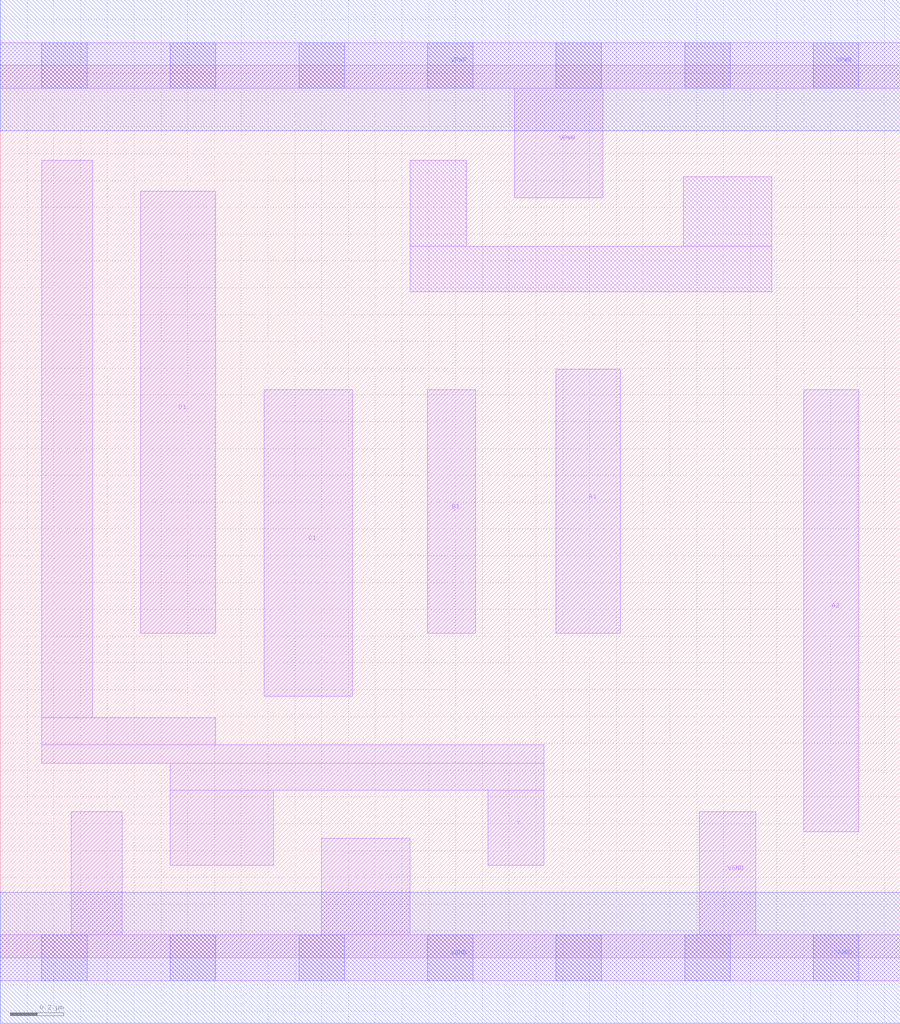
<source format=lef>
# Copyright 2020 The SkyWater PDK Authors
#
# Licensed under the Apache License, Version 2.0 (the "License");
# you may not use this file except in compliance with the License.
# You may obtain a copy of the License at
#
#     https://www.apache.org/licenses/LICENSE-2.0
#
# Unless required by applicable law or agreed to in writing, software
# distributed under the License is distributed on an "AS IS" BASIS,
# WITHOUT WARRANTIES OR CONDITIONS OF ANY KIND, either express or implied.
# See the License for the specific language governing permissions and
# limitations under the License.
#
# SPDX-License-Identifier: Apache-2.0

VERSION 5.7 ;
  NAMESCASESENSITIVE ON ;
  NOWIREEXTENSIONATPIN ON ;
  DIVIDERCHAR "/" ;
  BUSBITCHARS "[]" ;
UNITS
  DATABASE MICRONS 200 ;
END UNITS
MACRO sky130_fd_sc_lp__a2111oi_m
  CLASS CORE ;
  SOURCE USER ;
  FOREIGN sky130_fd_sc_lp__a2111oi_m ;
  ORIGIN  0.000000  0.000000 ;
  SIZE  3.360000 BY  3.330000 ;
  SYMMETRY X Y R90 ;
  SITE unit ;
  PIN A1
    ANTENNAGATEAREA  0.126000 ;
    DIRECTION INPUT ;
    USE SIGNAL ;
    PORT
      LAYER li1 ;
        RECT 2.075000 1.210000 2.315000 2.195000 ;
    END
  END A1
  PIN A2
    ANTENNAGATEAREA  0.126000 ;
    DIRECTION INPUT ;
    USE SIGNAL ;
    PORT
      LAYER li1 ;
        RECT 3.000000 0.470000 3.205000 2.120000 ;
    END
  END A2
  PIN B1
    ANTENNAGATEAREA  0.126000 ;
    DIRECTION INPUT ;
    USE SIGNAL ;
    PORT
      LAYER li1 ;
        RECT 1.595000 1.210000 1.775000 2.120000 ;
    END
  END B1
  PIN C1
    ANTENNAGATEAREA  0.126000 ;
    DIRECTION INPUT ;
    USE SIGNAL ;
    PORT
      LAYER li1 ;
        RECT 0.985000 0.975000 1.315000 2.120000 ;
    END
  END C1
  PIN D1
    ANTENNAGATEAREA  0.126000 ;
    DIRECTION INPUT ;
    USE SIGNAL ;
    PORT
      LAYER li1 ;
        RECT 0.525000 1.210000 0.805000 2.860000 ;
    END
  END D1
  PIN Y
    ANTENNADIFFAREA  0.441000 ;
    DIRECTION OUTPUT ;
    USE SIGNAL ;
    PORT
      LAYER li1 ;
        RECT 0.155000 0.725000 2.030000 0.795000 ;
        RECT 0.155000 0.795000 0.805000 0.895000 ;
        RECT 0.155000 0.895000 0.345000 2.975000 ;
        RECT 0.635000 0.345000 1.020000 0.625000 ;
        RECT 0.635000 0.625000 2.030000 0.725000 ;
        RECT 1.820000 0.345000 2.030000 0.625000 ;
    END
  END Y
  PIN VGND
    DIRECTION INOUT ;
    USE GROUND ;
    PORT
      LAYER li1 ;
        RECT 0.000000 -0.085000 3.360000 0.085000 ;
        RECT 0.265000  0.085000 0.455000 0.545000 ;
        RECT 1.200000  0.085000 1.530000 0.445000 ;
        RECT 2.610000  0.085000 2.820000 0.545000 ;
      LAYER mcon ;
        RECT 0.155000 -0.085000 0.325000 0.085000 ;
        RECT 0.635000 -0.085000 0.805000 0.085000 ;
        RECT 1.115000 -0.085000 1.285000 0.085000 ;
        RECT 1.595000 -0.085000 1.765000 0.085000 ;
        RECT 2.075000 -0.085000 2.245000 0.085000 ;
        RECT 2.555000 -0.085000 2.725000 0.085000 ;
        RECT 3.035000 -0.085000 3.205000 0.085000 ;
      LAYER met1 ;
        RECT 0.000000 -0.245000 3.360000 0.245000 ;
    END
  END VGND
  PIN VPWR
    DIRECTION INOUT ;
    USE POWER ;
    PORT
      LAYER li1 ;
        RECT 0.000000 3.245000 3.360000 3.415000 ;
        RECT 1.920000 2.835000 2.250000 3.245000 ;
      LAYER mcon ;
        RECT 0.155000 3.245000 0.325000 3.415000 ;
        RECT 0.635000 3.245000 0.805000 3.415000 ;
        RECT 1.115000 3.245000 1.285000 3.415000 ;
        RECT 1.595000 3.245000 1.765000 3.415000 ;
        RECT 2.075000 3.245000 2.245000 3.415000 ;
        RECT 2.555000 3.245000 2.725000 3.415000 ;
        RECT 3.035000 3.245000 3.205000 3.415000 ;
      LAYER met1 ;
        RECT 0.000000 3.085000 3.360000 3.575000 ;
    END
  END VPWR
  OBS
    LAYER li1 ;
      RECT 1.530000 2.485000 2.880000 2.655000 ;
      RECT 1.530000 2.655000 1.740000 2.975000 ;
      RECT 2.550000 2.655000 2.880000 2.915000 ;
  END
END sky130_fd_sc_lp__a2111oi_m

</source>
